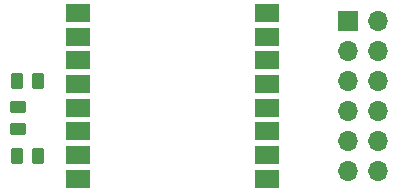
<source format=gbr>
%TF.GenerationSoftware,KiCad,Pcbnew,7.0.10*%
%TF.CreationDate,2024-01-17T20:15:58+01:00*%
%TF.ProjectId,RA01_868,52413031-5f38-4363-982e-6b696361645f,rev?*%
%TF.SameCoordinates,Original*%
%TF.FileFunction,Soldermask,Top*%
%TF.FilePolarity,Negative*%
%FSLAX46Y46*%
G04 Gerber Fmt 4.6, Leading zero omitted, Abs format (unit mm)*
G04 Created by KiCad (PCBNEW 7.0.10) date 2024-01-17 20:15:58*
%MOMM*%
%LPD*%
G01*
G04 APERTURE LIST*
G04 Aperture macros list*
%AMRoundRect*
0 Rectangle with rounded corners*
0 $1 Rounding radius*
0 $2 $3 $4 $5 $6 $7 $8 $9 X,Y pos of 4 corners*
0 Add a 4 corners polygon primitive as box body*
4,1,4,$2,$3,$4,$5,$6,$7,$8,$9,$2,$3,0*
0 Add four circle primitives for the rounded corners*
1,1,$1+$1,$2,$3*
1,1,$1+$1,$4,$5*
1,1,$1+$1,$6,$7*
1,1,$1+$1,$8,$9*
0 Add four rect primitives between the rounded corners*
20,1,$1+$1,$2,$3,$4,$5,0*
20,1,$1+$1,$4,$5,$6,$7,0*
20,1,$1+$1,$6,$7,$8,$9,0*
20,1,$1+$1,$8,$9,$2,$3,0*%
G04 Aperture macros list end*
%ADD10R,2.000000X1.500000*%
%ADD11R,1.700000X1.700000*%
%ADD12O,1.700000X1.700000*%
%ADD13RoundRect,0.250000X-0.262500X-0.450000X0.262500X-0.450000X0.262500X0.450000X-0.262500X0.450000X0*%
%ADD14RoundRect,0.250000X-0.450000X0.262500X-0.450000X-0.262500X0.450000X-0.262500X0.450000X0.262500X0*%
G04 APERTURE END LIST*
D10*
%TO.C,U1*%
X127000000Y-42545000D03*
X127000000Y-44545000D03*
X127000000Y-46545000D03*
X127000000Y-48545000D03*
X127000000Y-50545000D03*
X127000000Y-52545000D03*
X127000000Y-54545000D03*
X127000000Y-56545000D03*
X143000000Y-56545000D03*
X143000000Y-54545000D03*
X143000000Y-52545000D03*
X143000000Y-50545000D03*
X143000000Y-48545000D03*
X143000000Y-46545000D03*
X143000000Y-44545000D03*
X143000000Y-42545000D03*
%TD*%
D11*
%TO.C,J1*%
X149860000Y-43180000D03*
D12*
X152400000Y-43180000D03*
X149860000Y-45720000D03*
X152400000Y-45720000D03*
X149860000Y-48260000D03*
X152400000Y-48260000D03*
X149860000Y-50800000D03*
X152400000Y-50800000D03*
X149860000Y-53340000D03*
X152400000Y-53340000D03*
X149860000Y-55880000D03*
X152400000Y-55880000D03*
%TD*%
D13*
%TO.C,M3*%
X121832500Y-54610000D03*
X123657500Y-54610000D03*
%TD*%
%TO.C,M1*%
X121832500Y-48260000D03*
X123657500Y-48260000D03*
%TD*%
D14*
%TO.C,M2*%
X121920000Y-50522500D03*
X121920000Y-52347500D03*
%TD*%
M02*

</source>
